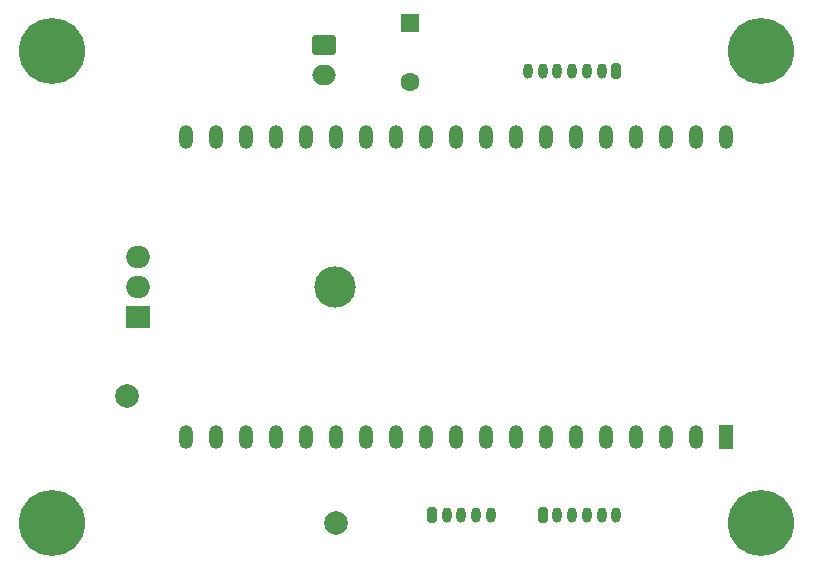
<source format=gbr>
%TF.GenerationSoftware,KiCad,Pcbnew,9.0.4*%
%TF.CreationDate,2025-12-07T20:14:21+01:00*%
%TF.ProjectId,bluebox,626c7565-626f-4782-9e6b-696361645f70,rev?*%
%TF.SameCoordinates,Original*%
%TF.FileFunction,Soldermask,Bot*%
%TF.FilePolarity,Negative*%
%FSLAX46Y46*%
G04 Gerber Fmt 4.6, Leading zero omitted, Abs format (unit mm)*
G04 Created by KiCad (PCBNEW 9.0.4) date 2025-12-07 20:14:21*
%MOMM*%
%LPD*%
G01*
G04 APERTURE LIST*
G04 Aperture macros list*
%AMRoundRect*
0 Rectangle with rounded corners*
0 $1 Rounding radius*
0 $2 $3 $4 $5 $6 $7 $8 $9 X,Y pos of 4 corners*
0 Add a 4 corners polygon primitive as box body*
4,1,4,$2,$3,$4,$5,$6,$7,$8,$9,$2,$3,0*
0 Add four circle primitives for the rounded corners*
1,1,$1+$1,$2,$3*
1,1,$1+$1,$4,$5*
1,1,$1+$1,$6,$7*
1,1,$1+$1,$8,$9*
0 Add four rect primitives between the rounded corners*
20,1,$1+$1,$2,$3,$4,$5,0*
20,1,$1+$1,$4,$5,$6,$7,0*
20,1,$1+$1,$6,$7,$8,$9,0*
20,1,$1+$1,$8,$9,$2,$3,0*%
G04 Aperture macros list end*
%ADD10C,5.600000*%
%ADD11C,3.500000*%
%ADD12R,2.000000X1.905000*%
%ADD13O,2.000000X1.905000*%
%ADD14RoundRect,0.200000X-0.200000X-0.450000X0.200000X-0.450000X0.200000X0.450000X-0.200000X0.450000X0*%
%ADD15O,0.800000X1.300000*%
%ADD16RoundRect,0.250000X-0.550000X0.550000X-0.550000X-0.550000X0.550000X-0.550000X0.550000X0.550000X0*%
%ADD17C,1.600000*%
%ADD18C,2.000000*%
%ADD19RoundRect,0.200000X0.200000X0.450000X-0.200000X0.450000X-0.200000X-0.450000X0.200000X-0.450000X0*%
%ADD20RoundRect,0.250000X-0.750000X0.600000X-0.750000X-0.600000X0.750000X-0.600000X0.750000X0.600000X0*%
%ADD21O,2.000000X1.700000*%
%ADD22R,1.200000X2.000000*%
%ADD23O,1.200000X2.000000*%
G04 APERTURE END LIST*
D10*
%TO.C,H102*%
X135000000Y-80000000D03*
%TD*%
D11*
%TO.C,U201*%
X158900000Y-99995000D03*
D12*
X142240000Y-102535000D03*
D13*
X142240000Y-99995000D03*
X142240000Y-97455000D03*
%TD*%
D14*
%TO.C,J303*%
X176500000Y-119300000D03*
D15*
X177750000Y-119300000D03*
X179000000Y-119300000D03*
X180250000Y-119300000D03*
X181500000Y-119300000D03*
X182750000Y-119300000D03*
%TD*%
D16*
%TO.C,C302*%
X165250000Y-77597349D03*
D17*
X165250000Y-82597349D03*
%TD*%
D14*
%TO.C,J302*%
X167125000Y-119300000D03*
D15*
X168375000Y-119300000D03*
X169625000Y-119300000D03*
X170875000Y-119300000D03*
X172125000Y-119300000D03*
%TD*%
D18*
%TO.C,TP202*%
X141350000Y-109250000D03*
%TD*%
D19*
%TO.C,J301*%
X182750000Y-81700000D03*
D15*
X181500000Y-81700000D03*
X180250000Y-81700000D03*
X179000000Y-81700000D03*
X177750000Y-81700000D03*
X176500000Y-81700000D03*
X175250000Y-81700000D03*
%TD*%
D10*
%TO.C,H103*%
X195000000Y-120000000D03*
%TD*%
%TO.C,H101*%
X135000000Y-120000000D03*
%TD*%
%TO.C,H104*%
X195000000Y-80000000D03*
%TD*%
D18*
%TO.C,TP201*%
X159000000Y-120000000D03*
%TD*%
D20*
%TO.C,J201*%
X158000000Y-79500000D03*
D21*
X158000000Y-82000000D03*
%TD*%
D22*
%TO.C,U301*%
X192000000Y-112700000D03*
D23*
X189460000Y-112700000D03*
X186920000Y-112700000D03*
X184380000Y-112700000D03*
X181840000Y-112700000D03*
X179300000Y-112700000D03*
X176760000Y-112700000D03*
X174220000Y-112700000D03*
X171680000Y-112700000D03*
X169140000Y-112700000D03*
X166600000Y-112700000D03*
X164060000Y-112700000D03*
X161520000Y-112700000D03*
X158980000Y-112700000D03*
X156440000Y-112700000D03*
X153900000Y-112700000D03*
X151360000Y-112700000D03*
X148820000Y-112700000D03*
X146280000Y-112700000D03*
X146282720Y-87303680D03*
X148822720Y-87303680D03*
X151360000Y-87300000D03*
X153900000Y-87300000D03*
X156440000Y-87300000D03*
X158980000Y-87300000D03*
X161520000Y-87300000D03*
X164060000Y-87300000D03*
X166600000Y-87300000D03*
X169140000Y-87300000D03*
X171680000Y-87300000D03*
X174220000Y-87300000D03*
X176760000Y-87300000D03*
X179300000Y-87300000D03*
X181840000Y-87300000D03*
X184380000Y-87300000D03*
X186920000Y-87300000D03*
X189460000Y-87300000D03*
X192000000Y-87300000D03*
%TD*%
M02*

</source>
